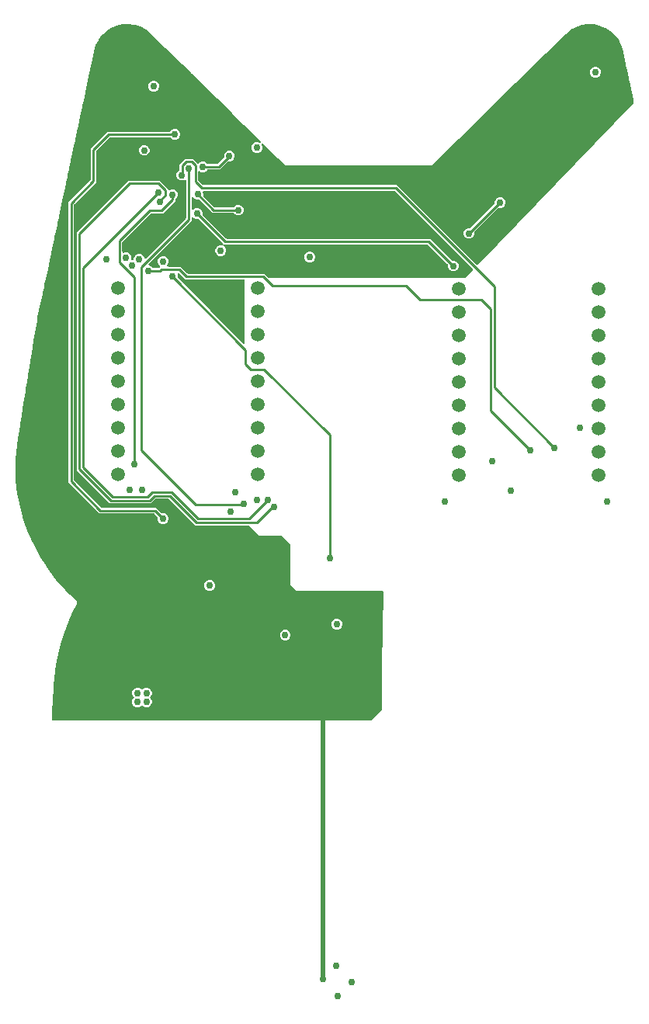
<source format=gbr>
G04 EAGLE Gerber X2 export*
%TF.Part,Single*%
%TF.FileFunction,Copper,L2,Inr,Mixed*%
%TF.FilePolarity,Positive*%
%TF.GenerationSoftware,Autodesk,EAGLE,9.0.1*%
%TF.CreationDate,2018-06-27T06:52:03Z*%
G75*
%MOMM*%
%FSLAX34Y34*%
%LPD*%
%AMOC8*
5,1,8,0,0,1.08239X$1,22.5*%
G01*
%ADD10C,1.508000*%
%ADD11C,0.756400*%
%ADD12C,0.508000*%
%ADD13C,0.254000*%

G36*
X393290Y505219D02*
X393290Y505219D01*
X393389Y505222D01*
X393447Y505239D01*
X393508Y505247D01*
X393600Y505283D01*
X393695Y505311D01*
X393747Y505341D01*
X393803Y505364D01*
X393883Y505422D01*
X393969Y505472D01*
X394044Y505538D01*
X394061Y505550D01*
X394068Y505560D01*
X394090Y505579D01*
X404758Y516247D01*
X404818Y516325D01*
X404886Y516397D01*
X404915Y516450D01*
X404952Y516498D01*
X404992Y516589D01*
X405040Y516675D01*
X405055Y516734D01*
X405079Y516790D01*
X405094Y516888D01*
X405119Y516983D01*
X405125Y517083D01*
X405129Y517104D01*
X405127Y517116D01*
X405129Y517144D01*
X405129Y564634D01*
X406221Y645397D01*
X406206Y645524D01*
X406198Y645651D01*
X406189Y645681D01*
X406185Y645713D01*
X406140Y645832D01*
X406100Y645953D01*
X406083Y645980D01*
X406072Y646010D01*
X405999Y646114D01*
X405930Y646222D01*
X405907Y646244D01*
X405889Y646270D01*
X405792Y646353D01*
X405699Y646440D01*
X405671Y646455D01*
X405646Y646476D01*
X405532Y646532D01*
X405420Y646594D01*
X405389Y646602D01*
X405361Y646616D01*
X405236Y646641D01*
X405112Y646673D01*
X405066Y646676D01*
X405049Y646680D01*
X405027Y646678D01*
X404952Y646683D01*
X311168Y646683D01*
X304799Y653052D01*
X304799Y696468D01*
X304787Y696566D01*
X304784Y696665D01*
X304767Y696723D01*
X304759Y696784D01*
X304723Y696876D01*
X304695Y696971D01*
X304665Y697023D01*
X304642Y697079D01*
X304584Y697159D01*
X304534Y697245D01*
X304468Y697320D01*
X304456Y697337D01*
X304446Y697344D01*
X304428Y697366D01*
X295538Y706256D01*
X295459Y706316D01*
X295387Y706384D01*
X295334Y706413D01*
X295286Y706450D01*
X295195Y706490D01*
X295109Y706538D01*
X295050Y706553D01*
X294994Y706577D01*
X294896Y706592D01*
X294801Y706617D01*
X294701Y706623D01*
X294680Y706627D01*
X294668Y706625D01*
X294640Y706627D01*
X271290Y706627D01*
X260485Y717432D01*
X260407Y717492D01*
X260335Y717560D01*
X260282Y717589D01*
X260234Y717626D01*
X260143Y717666D01*
X260057Y717714D01*
X259998Y717729D01*
X259942Y717753D01*
X259844Y717768D01*
X259749Y717793D01*
X259649Y717799D01*
X259628Y717803D01*
X259616Y717801D01*
X259588Y717803D01*
X201419Y717803D01*
X172580Y746642D01*
X172502Y746702D01*
X172430Y746770D01*
X172377Y746799D01*
X172329Y746836D01*
X172238Y746876D01*
X172151Y746924D01*
X172093Y746939D01*
X172037Y746963D01*
X171939Y746978D01*
X171843Y747003D01*
X171743Y747009D01*
X171723Y747013D01*
X171711Y747011D01*
X171683Y747013D01*
X158517Y747013D01*
X158419Y747001D01*
X158320Y746998D01*
X158262Y746981D01*
X158202Y746973D01*
X158110Y746937D01*
X158014Y746909D01*
X157962Y746879D01*
X157906Y746856D01*
X157826Y746798D01*
X157741Y746748D01*
X157665Y746682D01*
X157649Y746670D01*
X157641Y746660D01*
X157620Y746642D01*
X152911Y741933D01*
X107947Y741933D01*
X71881Y777999D01*
X71881Y1037583D01*
X128277Y1093979D01*
X162411Y1093979D01*
X171423Y1084967D01*
X171423Y1084816D01*
X171429Y1084767D01*
X171427Y1084717D01*
X171449Y1084609D01*
X171463Y1084500D01*
X171481Y1084454D01*
X171491Y1084406D01*
X171539Y1084307D01*
X171580Y1084205D01*
X171609Y1084165D01*
X171631Y1084120D01*
X171702Y1084036D01*
X171766Y1083947D01*
X171805Y1083916D01*
X171837Y1083878D01*
X171927Y1083815D01*
X172011Y1083745D01*
X172056Y1083723D01*
X172097Y1083695D01*
X172200Y1083656D01*
X172299Y1083609D01*
X172348Y1083600D01*
X172394Y1083582D01*
X172504Y1083570D01*
X172611Y1083549D01*
X172661Y1083552D01*
X172710Y1083547D01*
X172819Y1083562D01*
X172929Y1083569D01*
X172976Y1083584D01*
X173025Y1083591D01*
X173178Y1083643D01*
X175373Y1084553D01*
X177687Y1084553D01*
X179824Y1083668D01*
X181460Y1082032D01*
X182345Y1079895D01*
X182345Y1077581D01*
X181460Y1075444D01*
X179950Y1073935D01*
X179890Y1073857D01*
X179822Y1073785D01*
X179793Y1073732D01*
X179756Y1073684D01*
X179716Y1073593D01*
X179668Y1073506D01*
X179653Y1073448D01*
X179629Y1073392D01*
X179614Y1073294D01*
X179589Y1073198D01*
X179583Y1073098D01*
X179579Y1073078D01*
X179581Y1073066D01*
X179579Y1073038D01*
X179579Y1071887D01*
X165855Y1058163D01*
X153173Y1058163D01*
X153074Y1058151D01*
X152975Y1058148D01*
X152917Y1058131D01*
X152857Y1058123D01*
X152765Y1058087D01*
X152670Y1058059D01*
X152618Y1058029D01*
X152561Y1058006D01*
X152481Y1057948D01*
X152396Y1057898D01*
X152321Y1057832D01*
X152304Y1057820D01*
X152296Y1057810D01*
X152275Y1057792D01*
X122066Y1027583D01*
X122006Y1027505D01*
X121938Y1027433D01*
X121909Y1027380D01*
X121872Y1027332D01*
X121832Y1027241D01*
X121784Y1027154D01*
X121769Y1027095D01*
X121745Y1027040D01*
X121730Y1026942D01*
X121705Y1026846D01*
X121699Y1026746D01*
X121695Y1026726D01*
X121697Y1026713D01*
X121695Y1026685D01*
X121695Y1016426D01*
X121701Y1016377D01*
X121699Y1016327D01*
X121721Y1016220D01*
X121735Y1016110D01*
X121753Y1016064D01*
X121763Y1016016D01*
X121811Y1015917D01*
X121852Y1015815D01*
X121881Y1015774D01*
X121903Y1015730D01*
X121974Y1015646D01*
X122038Y1015557D01*
X122077Y1015526D01*
X122109Y1015488D01*
X122199Y1015425D01*
X122283Y1015355D01*
X122328Y1015333D01*
X122369Y1015305D01*
X122472Y1015266D01*
X122571Y1015219D01*
X122620Y1015210D01*
X122666Y1015192D01*
X122776Y1015180D01*
X122883Y1015159D01*
X122933Y1015162D01*
X122982Y1015157D01*
X123091Y1015172D01*
X123201Y1015179D01*
X123248Y1015194D01*
X123297Y1015201D01*
X123450Y1015253D01*
X124573Y1015719D01*
X126887Y1015719D01*
X129024Y1014834D01*
X130660Y1013198D01*
X131545Y1011061D01*
X131545Y1008747D01*
X131477Y1008584D01*
X131464Y1008536D01*
X131443Y1008491D01*
X131422Y1008383D01*
X131393Y1008277D01*
X131392Y1008227D01*
X131383Y1008178D01*
X131390Y1008069D01*
X131388Y1007959D01*
X131400Y1007911D01*
X131403Y1007861D01*
X131436Y1007757D01*
X131462Y1007650D01*
X131485Y1007606D01*
X131501Y1007559D01*
X131559Y1007466D01*
X131611Y1007369D01*
X131644Y1007332D01*
X131671Y1007290D01*
X131751Y1007215D01*
X131825Y1007133D01*
X131866Y1007106D01*
X131902Y1007072D01*
X131999Y1007019D01*
X132090Y1006959D01*
X132137Y1006942D01*
X132181Y1006918D01*
X132287Y1006891D01*
X132391Y1006855D01*
X132441Y1006851D01*
X132489Y1006839D01*
X132650Y1006829D01*
X133124Y1006829D01*
X133242Y1006844D01*
X133361Y1006851D01*
X133399Y1006864D01*
X133440Y1006869D01*
X133550Y1006912D01*
X133663Y1006949D01*
X133698Y1006971D01*
X133735Y1006986D01*
X133831Y1007055D01*
X133932Y1007119D01*
X133960Y1007149D01*
X133993Y1007172D01*
X134069Y1007264D01*
X134150Y1007351D01*
X134170Y1007386D01*
X134195Y1007417D01*
X134246Y1007525D01*
X134304Y1007629D01*
X134314Y1007669D01*
X134331Y1007705D01*
X134353Y1007822D01*
X134383Y1007937D01*
X134387Y1007997D01*
X134391Y1008017D01*
X134389Y1008038D01*
X134393Y1008098D01*
X134393Y1009029D01*
X135278Y1011166D01*
X136914Y1012802D01*
X139051Y1013687D01*
X141365Y1013687D01*
X143502Y1012802D01*
X145138Y1011166D01*
X145760Y1009662D01*
X145785Y1009619D01*
X145802Y1009572D01*
X145864Y1009481D01*
X145918Y1009386D01*
X145952Y1009350D01*
X145980Y1009309D01*
X146063Y1009236D01*
X146139Y1009157D01*
X146182Y1009131D01*
X146219Y1009099D01*
X146317Y1009049D01*
X146410Y1008991D01*
X146458Y1008977D01*
X146502Y1008954D01*
X146609Y1008930D01*
X146714Y1008898D01*
X146764Y1008895D01*
X146812Y1008884D01*
X146922Y1008888D01*
X147032Y1008882D01*
X147080Y1008892D01*
X147130Y1008894D01*
X147236Y1008925D01*
X147343Y1008947D01*
X147388Y1008969D01*
X147436Y1008982D01*
X147530Y1009038D01*
X147629Y1009086D01*
X147667Y1009119D01*
X147710Y1009144D01*
X147830Y1009250D01*
X190890Y1052309D01*
X190950Y1052388D01*
X191018Y1052460D01*
X191047Y1052513D01*
X191084Y1052561D01*
X191124Y1052652D01*
X191172Y1052738D01*
X191187Y1052797D01*
X191211Y1052853D01*
X191226Y1052950D01*
X191251Y1053046D01*
X191257Y1053146D01*
X191261Y1053167D01*
X191259Y1053179D01*
X191261Y1053207D01*
X191261Y1093520D01*
X191255Y1093569D01*
X191257Y1093619D01*
X191235Y1093726D01*
X191221Y1093836D01*
X191203Y1093882D01*
X191193Y1093930D01*
X191145Y1094029D01*
X191104Y1094131D01*
X191075Y1094172D01*
X191053Y1094216D01*
X190982Y1094300D01*
X190918Y1094389D01*
X190879Y1094420D01*
X190847Y1094458D01*
X190757Y1094521D01*
X190673Y1094591D01*
X190628Y1094613D01*
X190587Y1094641D01*
X190484Y1094680D01*
X190385Y1094727D01*
X190336Y1094736D01*
X190290Y1094754D01*
X190180Y1094766D01*
X190073Y1094787D01*
X190023Y1094784D01*
X189974Y1094789D01*
X189865Y1094774D01*
X189755Y1094767D01*
X189708Y1094752D01*
X189659Y1094745D01*
X189506Y1094693D01*
X187847Y1094005D01*
X185533Y1094005D01*
X183396Y1094890D01*
X181760Y1096526D01*
X180875Y1098663D01*
X180875Y1100977D01*
X181760Y1103114D01*
X183397Y1104750D01*
X183419Y1104763D01*
X183447Y1104772D01*
X183557Y1104842D01*
X183670Y1104906D01*
X183691Y1104927D01*
X183716Y1104942D01*
X183805Y1105037D01*
X183898Y1105127D01*
X183914Y1105152D01*
X183934Y1105174D01*
X183997Y1105288D01*
X184065Y1105398D01*
X184073Y1105427D01*
X184088Y1105452D01*
X184120Y1105578D01*
X184158Y1105702D01*
X184160Y1105732D01*
X184167Y1105760D01*
X184177Y1105921D01*
X184177Y1111637D01*
X190113Y1117573D01*
X198507Y1117573D01*
X202285Y1113795D01*
X203310Y1112770D01*
X203404Y1112697D01*
X203493Y1112618D01*
X203529Y1112600D01*
X203561Y1112575D01*
X203670Y1112528D01*
X203776Y1112474D01*
X203816Y1112465D01*
X203853Y1112449D01*
X203971Y1112430D01*
X204087Y1112404D01*
X204127Y1112405D01*
X204167Y1112399D01*
X204286Y1112410D01*
X204405Y1112414D01*
X204443Y1112425D01*
X204484Y1112429D01*
X204596Y1112469D01*
X204710Y1112502D01*
X204745Y1112523D01*
X204783Y1112536D01*
X204882Y1112603D01*
X204984Y1112664D01*
X205029Y1112703D01*
X205046Y1112715D01*
X205060Y1112730D01*
X205105Y1112770D01*
X206256Y1113922D01*
X208393Y1114807D01*
X210707Y1114807D01*
X212844Y1113922D01*
X214353Y1112412D01*
X214431Y1112352D01*
X214503Y1112284D01*
X214556Y1112255D01*
X214604Y1112218D01*
X214695Y1112178D01*
X214782Y1112130D01*
X214840Y1112115D01*
X214896Y1112091D01*
X214994Y1112076D01*
X215090Y1112051D01*
X215190Y1112045D01*
X215210Y1112041D01*
X215222Y1112043D01*
X215250Y1112041D01*
X225061Y1112041D01*
X225160Y1112053D01*
X225259Y1112056D01*
X225317Y1112073D01*
X225377Y1112081D01*
X225469Y1112117D01*
X225564Y1112145D01*
X225616Y1112175D01*
X225673Y1112198D01*
X225753Y1112256D01*
X225838Y1112306D01*
X225913Y1112372D01*
X225930Y1112384D01*
X225938Y1112394D01*
X225959Y1112412D01*
X232320Y1118773D01*
X232380Y1118851D01*
X232448Y1118923D01*
X232477Y1118976D01*
X232514Y1119024D01*
X232554Y1119115D01*
X232602Y1119202D01*
X232617Y1119261D01*
X232641Y1119316D01*
X232656Y1119414D01*
X232681Y1119510D01*
X232687Y1119610D01*
X232691Y1119630D01*
X232689Y1119643D01*
X232691Y1119671D01*
X232691Y1122081D01*
X233576Y1124218D01*
X235212Y1125854D01*
X237349Y1126739D01*
X239663Y1126739D01*
X241800Y1125854D01*
X243436Y1124218D01*
X244321Y1122081D01*
X244321Y1119767D01*
X243436Y1117630D01*
X241800Y1115994D01*
X239663Y1115109D01*
X237805Y1115109D01*
X237706Y1115097D01*
X237607Y1115094D01*
X237549Y1115077D01*
X237489Y1115069D01*
X237397Y1115033D01*
X237302Y1115005D01*
X237250Y1114975D01*
X237193Y1114952D01*
X237113Y1114894D01*
X237028Y1114844D01*
X236953Y1114778D01*
X236936Y1114766D01*
X236928Y1114756D01*
X236907Y1114738D01*
X228113Y1105943D01*
X215250Y1105943D01*
X215152Y1105931D01*
X215053Y1105928D01*
X214995Y1105911D01*
X214935Y1105903D01*
X214843Y1105867D01*
X214748Y1105839D01*
X214695Y1105809D01*
X214639Y1105786D01*
X214559Y1105728D01*
X214474Y1105678D01*
X214398Y1105612D01*
X214382Y1105600D01*
X214374Y1105590D01*
X214353Y1105572D01*
X212844Y1104062D01*
X210707Y1103177D01*
X208393Y1103177D01*
X206198Y1104087D01*
X206150Y1104100D01*
X206105Y1104121D01*
X205997Y1104142D01*
X205891Y1104171D01*
X205841Y1104171D01*
X205792Y1104181D01*
X205683Y1104174D01*
X205573Y1104176D01*
X205525Y1104164D01*
X205475Y1104161D01*
X205371Y1104127D01*
X205264Y1104102D01*
X205220Y1104078D01*
X205173Y1104063D01*
X205080Y1104004D01*
X204983Y1103953D01*
X204946Y1103919D01*
X204904Y1103893D01*
X204829Y1103813D01*
X204747Y1103739D01*
X204720Y1103697D01*
X204686Y1103661D01*
X204633Y1103565D01*
X204573Y1103473D01*
X204556Y1103426D01*
X204532Y1103383D01*
X204505Y1103276D01*
X204469Y1103172D01*
X204465Y1103123D01*
X204453Y1103075D01*
X204443Y1102914D01*
X204443Y1094525D01*
X204455Y1094426D01*
X204458Y1094327D01*
X204475Y1094269D01*
X204483Y1094209D01*
X204519Y1094117D01*
X204547Y1094022D01*
X204577Y1093970D01*
X204600Y1093913D01*
X204658Y1093833D01*
X204708Y1093748D01*
X204774Y1093673D01*
X204786Y1093656D01*
X204796Y1093648D01*
X204814Y1093627D01*
X209097Y1089344D01*
X209175Y1089284D01*
X209247Y1089216D01*
X209300Y1089187D01*
X209348Y1089150D01*
X209439Y1089110D01*
X209526Y1089062D01*
X209585Y1089047D01*
X209640Y1089023D01*
X209738Y1089008D01*
X209834Y1088983D01*
X209934Y1088977D01*
X209954Y1088973D01*
X209967Y1088975D01*
X209995Y1088973D01*
X421315Y1088973D01*
X507987Y1002301D01*
X508090Y1002221D01*
X508190Y1002136D01*
X508216Y1002124D01*
X508238Y1002106D01*
X508359Y1002054D01*
X508476Y1001997D01*
X508504Y1001991D01*
X508530Y1001980D01*
X508660Y1001959D01*
X508788Y1001933D01*
X508816Y1001935D01*
X508844Y1001930D01*
X508975Y1001943D01*
X509105Y1001949D01*
X509132Y1001957D01*
X509161Y1001960D01*
X509284Y1002004D01*
X509409Y1002043D01*
X509433Y1002058D01*
X509460Y1002068D01*
X509569Y1002141D01*
X509680Y1002210D01*
X509710Y1002237D01*
X509723Y1002246D01*
X509738Y1002263D01*
X509799Y1002319D01*
X679220Y1178333D01*
X679256Y1178380D01*
X679298Y1178421D01*
X679351Y1178507D01*
X679411Y1178588D01*
X679433Y1178642D01*
X679464Y1178693D01*
X679493Y1178789D01*
X679531Y1178882D01*
X679539Y1178940D01*
X679557Y1178997D01*
X679561Y1179097D01*
X679575Y1179197D01*
X679568Y1179256D01*
X679571Y1179315D01*
X679548Y1179474D01*
X679379Y1180276D01*
X679353Y1180400D01*
X678849Y1182797D01*
X678849Y1182798D01*
X677232Y1190480D01*
X675614Y1198167D01*
X674279Y1204509D01*
X672910Y1211014D01*
X672910Y1211015D01*
X672531Y1212813D01*
X672531Y1212814D01*
X672379Y1213535D01*
X672379Y1213536D01*
X671003Y1220074D01*
X669675Y1226383D01*
X669675Y1226384D01*
X669325Y1228050D01*
X669145Y1228904D01*
X669145Y1228905D01*
X667850Y1235058D01*
X667843Y1235078D01*
X667823Y1235163D01*
X665893Y1241572D01*
X665880Y1241602D01*
X665873Y1241634D01*
X665809Y1241781D01*
X662921Y1247462D01*
X662900Y1247492D01*
X662886Y1247525D01*
X662797Y1247659D01*
X658931Y1252708D01*
X658906Y1252733D01*
X658886Y1252763D01*
X658774Y1252878D01*
X654049Y1257147D01*
X654021Y1257166D01*
X653998Y1257190D01*
X653867Y1257283D01*
X648438Y1260651D01*
X648409Y1260664D01*
X648384Y1260683D01*
X648239Y1260752D01*
X642287Y1263124D01*
X642257Y1263132D01*
X642230Y1263145D01*
X642075Y1263188D01*
X635798Y1264490D01*
X635767Y1264493D01*
X635737Y1264501D01*
X635577Y1264516D01*
X629184Y1264701D01*
X629151Y1264697D01*
X629118Y1264701D01*
X628958Y1264687D01*
X622655Y1263735D01*
X622622Y1263725D01*
X622587Y1263722D01*
X622431Y1263679D01*
X616415Y1261606D01*
X616383Y1261590D01*
X616349Y1261581D01*
X616204Y1261511D01*
X610653Y1258376D01*
X610628Y1258357D01*
X610599Y1258343D01*
X610468Y1258248D01*
X605308Y1253977D01*
X605293Y1253961D01*
X605229Y1253906D01*
X600762Y1249526D01*
X599360Y1248151D01*
X598923Y1247723D01*
X598922Y1247722D01*
X593745Y1242646D01*
X589607Y1238589D01*
X589607Y1238588D01*
X587934Y1236948D01*
X587767Y1236785D01*
X584026Y1233117D01*
X583264Y1232369D01*
X583263Y1232369D01*
X582187Y1231314D01*
X582186Y1231313D01*
X577579Y1226795D01*
X572865Y1222174D01*
X572241Y1221561D01*
X571026Y1220371D01*
X571025Y1220370D01*
X565989Y1215432D01*
X561707Y1211234D01*
X561707Y1211233D01*
X561009Y1210549D01*
X559869Y1209431D01*
X559868Y1209430D01*
X555498Y1205146D01*
X550550Y1200294D01*
X549254Y1199024D01*
X548711Y1198491D01*
X548710Y1198490D01*
X544970Y1194823D01*
X544054Y1193926D01*
X543131Y1193020D01*
X543130Y1193019D01*
X538120Y1188107D01*
X533812Y1183883D01*
X533811Y1183882D01*
X532562Y1182658D01*
X532562Y1182657D01*
X531972Y1182079D01*
X526393Y1176609D01*
X526392Y1176608D01*
X522095Y1172396D01*
X522095Y1172395D01*
X517077Y1167474D01*
X517076Y1167474D01*
X516274Y1166688D01*
X515238Y1165671D01*
X515237Y1165671D01*
X510176Y1160708D01*
X505919Y1156535D01*
X505294Y1155922D01*
X504080Y1154732D01*
X504080Y1154731D01*
X499415Y1150158D01*
X494760Y1145594D01*
X489183Y1140125D01*
X488356Y1139314D01*
X487343Y1138321D01*
X482729Y1133798D01*
X478025Y1129185D01*
X478024Y1129185D01*
X476668Y1127854D01*
X476185Y1127381D01*
X472447Y1123716D01*
X470808Y1122109D01*
X470608Y1121913D01*
X470607Y1121912D01*
X465874Y1117272D01*
X460389Y1111894D01*
X460387Y1111891D01*
X460380Y1111885D01*
X459653Y1111157D01*
X458696Y1110772D01*
X458693Y1110770D01*
X458685Y1110767D01*
X457733Y1110373D01*
X456702Y1110383D01*
X456698Y1110383D01*
X456689Y1110383D01*
X302002Y1110383D01*
X301998Y1110383D01*
X301989Y1110383D01*
X300960Y1110373D01*
X300008Y1110767D01*
X300004Y1110769D01*
X299996Y1110772D01*
X299040Y1111157D01*
X298312Y1111886D01*
X298308Y1111888D01*
X298303Y1111895D01*
X293664Y1116442D01*
X293012Y1117082D01*
X291825Y1118246D01*
X291824Y1118246D01*
X287280Y1122702D01*
X282509Y1127380D01*
X282089Y1127792D01*
X280670Y1129183D01*
X280669Y1129184D01*
X275605Y1134149D01*
X275554Y1134188D01*
X275510Y1134233D01*
X275428Y1134284D01*
X275352Y1134342D01*
X275293Y1134366D01*
X275239Y1134400D01*
X275147Y1134428D01*
X275059Y1134465D01*
X274996Y1134475D01*
X274935Y1134493D01*
X274839Y1134498D01*
X274744Y1134512D01*
X274681Y1134505D01*
X274617Y1134508D01*
X274523Y1134489D01*
X274428Y1134479D01*
X274368Y1134457D01*
X274306Y1134444D01*
X274220Y1134402D01*
X274129Y1134369D01*
X274077Y1134332D01*
X274020Y1134304D01*
X273947Y1134242D01*
X273868Y1134187D01*
X273826Y1134139D01*
X273778Y1134098D01*
X273723Y1134019D01*
X273660Y1133947D01*
X273632Y1133890D01*
X273595Y1133838D01*
X273561Y1133748D01*
X273518Y1133662D01*
X273505Y1133600D01*
X273482Y1133541D01*
X273472Y1133445D01*
X273452Y1133351D01*
X273454Y1133288D01*
X273447Y1133225D01*
X273460Y1133129D01*
X273464Y1133033D01*
X273483Y1132973D01*
X273491Y1132910D01*
X273544Y1132757D01*
X274293Y1130949D01*
X274293Y1128635D01*
X273408Y1126498D01*
X271772Y1124862D01*
X269635Y1123977D01*
X267321Y1123977D01*
X265184Y1124862D01*
X263548Y1126498D01*
X262663Y1128635D01*
X262663Y1130949D01*
X263548Y1133086D01*
X265184Y1134722D01*
X267321Y1135607D01*
X269635Y1135607D01*
X271347Y1134897D01*
X271420Y1134877D01*
X271491Y1134848D01*
X271573Y1134835D01*
X271654Y1134813D01*
X271730Y1134812D01*
X271805Y1134801D01*
X271888Y1134810D01*
X271972Y1134808D01*
X272046Y1134826D01*
X272121Y1134834D01*
X272200Y1134863D01*
X272281Y1134883D01*
X272348Y1134918D01*
X272420Y1134944D01*
X272488Y1134992D01*
X272562Y1135031D01*
X272618Y1135082D01*
X272681Y1135126D01*
X272736Y1135189D01*
X272798Y1135245D01*
X272839Y1135309D01*
X272889Y1135366D01*
X272926Y1135441D01*
X272972Y1135511D01*
X272997Y1135583D01*
X273031Y1135651D01*
X273048Y1135733D01*
X273076Y1135812D01*
X273082Y1135888D01*
X273098Y1135962D01*
X273094Y1136045D01*
X273101Y1136129D01*
X273088Y1136204D01*
X273085Y1136280D01*
X273061Y1136360D01*
X273046Y1136442D01*
X273015Y1136511D01*
X272993Y1136584D01*
X272950Y1136656D01*
X272916Y1136732D01*
X272868Y1136791D01*
X272829Y1136857D01*
X272722Y1136976D01*
X271348Y1138323D01*
X269824Y1139817D01*
X269824Y1139818D01*
X269508Y1140127D01*
X263928Y1145599D01*
X263927Y1145599D01*
X260187Y1149266D01*
X259239Y1150196D01*
X258347Y1151070D01*
X254609Y1154735D01*
X254531Y1154811D01*
X252770Y1156538D01*
X252770Y1156539D01*
X248450Y1160774D01*
X243452Y1165674D01*
X242497Y1166611D01*
X242496Y1166611D01*
X241613Y1167477D01*
X241612Y1167478D01*
X237872Y1171145D01*
X237703Y1171311D01*
X237702Y1171312D01*
X236033Y1172948D01*
X236032Y1172949D01*
X230990Y1177893D01*
X226714Y1182086D01*
X226713Y1182086D01*
X225605Y1183173D01*
X224875Y1183889D01*
X224874Y1183890D01*
X221135Y1187556D01*
X221134Y1187556D01*
X214806Y1193761D01*
X209979Y1198494D01*
X208785Y1199664D01*
X208140Y1200297D01*
X208139Y1200298D01*
X204400Y1203964D01*
X198821Y1209434D01*
X197735Y1210499D01*
X196982Y1211237D01*
X192041Y1216082D01*
X187662Y1220375D01*
X187662Y1220376D01*
X186290Y1221720D01*
X186290Y1221721D01*
X185823Y1222178D01*
X185822Y1222179D01*
X181421Y1226494D01*
X176506Y1231314D01*
X176505Y1231314D01*
X175662Y1232141D01*
X174666Y1233117D01*
X174666Y1233118D01*
X170927Y1236784D01*
X170926Y1236784D01*
X170011Y1237682D01*
X169087Y1238587D01*
X169087Y1238588D01*
X163914Y1243659D01*
X163914Y1243660D01*
X159769Y1247724D01*
X159639Y1247852D01*
X159638Y1247852D01*
X157929Y1249527D01*
X157929Y1249528D01*
X153474Y1253896D01*
X153457Y1253909D01*
X153391Y1253971D01*
X147968Y1258421D01*
X147936Y1258441D01*
X147908Y1258467D01*
X147772Y1258553D01*
X141914Y1261762D01*
X141876Y1261777D01*
X141841Y1261799D01*
X141691Y1261858D01*
X135343Y1263892D01*
X135303Y1263899D01*
X135266Y1263914D01*
X135107Y1263943D01*
X128453Y1264744D01*
X128419Y1264744D01*
X128385Y1264750D01*
X128224Y1264751D01*
X122012Y1264374D01*
X121984Y1264369D01*
X121956Y1264370D01*
X121797Y1264343D01*
X115704Y1262905D01*
X115679Y1262895D01*
X115651Y1262891D01*
X115499Y1262838D01*
X109747Y1260390D01*
X109722Y1260376D01*
X109694Y1260367D01*
X109554Y1260288D01*
X104319Y1256901D01*
X104296Y1256881D01*
X104268Y1256866D01*
X104144Y1256764D01*
X103602Y1256259D01*
X102239Y1254990D01*
X100876Y1253721D01*
X100876Y1253720D01*
X99594Y1252526D01*
X99573Y1252501D01*
X99547Y1252480D01*
X99443Y1252358D01*
X95724Y1247389D01*
X95708Y1247360D01*
X95686Y1247335D01*
X95605Y1247196D01*
X92822Y1241632D01*
X92813Y1241604D01*
X92797Y1241579D01*
X92741Y1241428D01*
X90869Y1235162D01*
X90865Y1235141D01*
X90843Y1235062D01*
X89565Y1229028D01*
X89553Y1228968D01*
X89552Y1228968D01*
X89031Y1226507D01*
X87965Y1221473D01*
X87743Y1220427D01*
X87431Y1218953D01*
X87431Y1218952D01*
X85831Y1211398D01*
X85831Y1211397D01*
X84230Y1203843D01*
X84230Y1203842D01*
X83163Y1198806D01*
X81355Y1190267D01*
X79429Y1181177D01*
X78363Y1176143D01*
X78363Y1176142D01*
X78086Y1174837D01*
X78086Y1174836D01*
X77829Y1173623D01*
X77829Y1173622D01*
X76405Y1166900D01*
X74628Y1158514D01*
X73562Y1153478D01*
X73452Y1152959D01*
X73028Y1150958D01*
X73028Y1150957D01*
X71427Y1143402D01*
X70150Y1137374D01*
X68311Y1128692D01*
X67161Y1123259D01*
X66910Y1122077D01*
X66627Y1120739D01*
X66627Y1120738D01*
X65273Y1114348D01*
X63960Y1108149D01*
X63960Y1108148D01*
X63713Y1106982D01*
X63426Y1105629D01*
X63426Y1105628D01*
X62360Y1100594D01*
X62067Y1099212D01*
X61826Y1098074D01*
X61826Y1098073D01*
X60467Y1091662D01*
X59159Y1085484D01*
X58820Y1083884D01*
X58625Y1082964D01*
X57024Y1075408D01*
X57024Y1075407D01*
X55517Y1068293D01*
X54357Y1062818D01*
X54239Y1062257D01*
X53824Y1060298D01*
X53823Y1060298D01*
X52434Y1053739D01*
X51156Y1047706D01*
X51156Y1047705D01*
X50897Y1046481D01*
X50623Y1045186D01*
X50622Y1045185D01*
X49254Y1038728D01*
X47956Y1032597D01*
X47669Y1031245D01*
X47422Y1030078D01*
X47422Y1030077D01*
X46035Y1023530D01*
X44222Y1014968D01*
X44221Y1014967D01*
X43155Y1009931D01*
X42890Y1008681D01*
X42621Y1007411D01*
X42621Y1007410D01*
X41376Y1001536D01*
X39649Y993384D01*
X38354Y987268D01*
X38143Y986271D01*
X37820Y984748D01*
X37820Y984747D01*
X36753Y979712D01*
X36220Y977193D01*
X36220Y977192D01*
X36219Y977191D01*
X35119Y971998D01*
X35108Y971862D01*
X35092Y971725D01*
X35094Y971694D01*
X35093Y971681D01*
X35095Y971667D01*
X34868Y970804D01*
X34865Y970786D01*
X34853Y970743D01*
X34663Y969843D01*
X34659Y969835D01*
X34592Y969716D01*
X34582Y969687D01*
X34576Y969675D01*
X34571Y969655D01*
X34541Y969563D01*
X32904Y963347D01*
X32902Y963333D01*
X32893Y963301D01*
X31272Y956058D01*
X31271Y956043D01*
X31262Y956008D01*
X29924Y948652D01*
X29923Y948644D01*
X29920Y948628D01*
X29299Y944802D01*
X29294Y944665D01*
X29284Y944528D01*
X29288Y944498D01*
X29287Y944485D01*
X29290Y944471D01*
X29104Y943597D01*
X29103Y943580D01*
X29093Y943536D01*
X28986Y942874D01*
X28981Y942759D01*
X28969Y942644D01*
X28975Y942577D01*
X28974Y942556D01*
X28978Y942537D01*
X28983Y942484D01*
X28987Y942459D01*
X28801Y941717D01*
X28799Y941696D01*
X28780Y941613D01*
X27788Y935520D01*
X27788Y935519D01*
X27521Y933876D01*
X27375Y932978D01*
X27375Y932977D01*
X26546Y927887D01*
X25108Y919047D01*
X23993Y912193D01*
X22821Y904990D01*
X22601Y903642D01*
X22407Y902448D01*
X22407Y902447D01*
X21579Y897357D01*
X20337Y889725D01*
X20074Y888111D01*
X19923Y887183D01*
X19923Y887182D01*
X18975Y881359D01*
X17853Y874459D01*
X17641Y873158D01*
X17439Y871917D01*
X17439Y871916D01*
X16610Y866823D01*
X16492Y866100D01*
X16492Y866099D01*
X16196Y864280D01*
X16196Y864279D01*
X15368Y859187D01*
X14087Y851319D01*
X12883Y843920D01*
X12632Y842376D01*
X12470Y841377D01*
X11641Y836285D01*
X11322Y834321D01*
X11227Y833743D01*
X11227Y833742D01*
X10231Y827622D01*
X9157Y821020D01*
X7719Y812180D01*
X7718Y812172D01*
X7715Y812155D01*
X6663Y804760D01*
X6663Y804745D01*
X6657Y804712D01*
X5894Y797342D01*
X5894Y797327D01*
X5890Y797293D01*
X5410Y789901D01*
X5411Y789886D01*
X5408Y789852D01*
X5214Y782447D01*
X5216Y782432D01*
X5214Y782397D01*
X5309Y774989D01*
X5311Y774974D01*
X5311Y774939D01*
X5695Y767547D01*
X5697Y767533D01*
X5698Y767497D01*
X6371Y760123D01*
X6374Y760109D01*
X6377Y760074D01*
X7339Y752733D01*
X7343Y752719D01*
X7346Y752684D01*
X8596Y745386D01*
X8600Y745372D01*
X8605Y745337D01*
X10140Y738095D01*
X10144Y738081D01*
X10151Y738046D01*
X11969Y730867D01*
X11974Y730854D01*
X11982Y730819D01*
X14080Y723717D01*
X14086Y723704D01*
X14095Y723670D01*
X16468Y716657D01*
X16474Y716644D01*
X16485Y716610D01*
X19131Y709692D01*
X19137Y709679D01*
X19149Y709646D01*
X22063Y702834D01*
X22070Y702822D01*
X22083Y702789D01*
X25258Y696096D01*
X25266Y696084D01*
X25280Y696052D01*
X28712Y689485D01*
X28721Y689473D01*
X28736Y689442D01*
X32419Y683013D01*
X32428Y683002D01*
X32444Y682971D01*
X36372Y676688D01*
X36381Y676677D01*
X36399Y676647D01*
X40566Y670519D01*
X40575Y670508D01*
X40594Y670479D01*
X44991Y664517D01*
X45001Y664507D01*
X45021Y664479D01*
X49645Y658689D01*
X49655Y658679D01*
X49676Y658651D01*
X54519Y653042D01*
X54529Y653032D01*
X54551Y653006D01*
X59605Y647586D01*
X59616Y647577D01*
X59639Y647551D01*
X64894Y642331D01*
X64906Y642322D01*
X64930Y642297D01*
X69819Y637800D01*
X69896Y637746D01*
X69966Y637684D01*
X70064Y637627D01*
X70079Y637616D01*
X70087Y637613D01*
X70105Y637602D01*
X70231Y637538D01*
X70656Y637043D01*
X70662Y637037D01*
X70760Y636935D01*
X71240Y636494D01*
X71300Y636365D01*
X71349Y636286D01*
X71391Y636202D01*
X71459Y636111D01*
X71469Y636096D01*
X71475Y636089D01*
X71487Y636073D01*
X71580Y635966D01*
X71782Y635346D01*
X71786Y635338D01*
X71837Y635206D01*
X72112Y634615D01*
X72118Y634473D01*
X72134Y634380D01*
X72139Y634287D01*
X72168Y634177D01*
X72171Y634159D01*
X72175Y634151D01*
X72180Y634131D01*
X72224Y633996D01*
X72174Y633346D01*
X72174Y633337D01*
X72171Y633196D01*
X72199Y632545D01*
X72150Y632411D01*
X72129Y632320D01*
X72099Y632232D01*
X72083Y632119D01*
X72079Y632101D01*
X72079Y632092D01*
X72076Y632072D01*
X72065Y631931D01*
X71770Y631349D01*
X71767Y631341D01*
X71711Y631211D01*
X71486Y630599D01*
X71390Y630495D01*
X71336Y630419D01*
X71274Y630348D01*
X71216Y630250D01*
X71206Y630236D01*
X71203Y630227D01*
X71193Y630210D01*
X68118Y624147D01*
X68114Y624135D01*
X68099Y624107D01*
X64913Y617232D01*
X64909Y617219D01*
X64895Y617191D01*
X61954Y610206D01*
X61950Y610193D01*
X61937Y610164D01*
X59247Y603082D01*
X59244Y603069D01*
X59232Y603040D01*
X56793Y595864D01*
X56791Y595851D01*
X56780Y595821D01*
X54598Y588563D01*
X54596Y588549D01*
X54586Y588519D01*
X52664Y581192D01*
X52662Y581178D01*
X52654Y581148D01*
X50992Y573752D01*
X50991Y573739D01*
X50983Y573708D01*
X49585Y566260D01*
X49585Y566247D01*
X49578Y566216D01*
X48444Y558722D01*
X48444Y558708D01*
X48438Y558677D01*
X47569Y551150D01*
X47569Y551136D01*
X47565Y551106D01*
X46955Y543496D01*
X46956Y543489D01*
X46954Y543473D01*
X46789Y540826D01*
X46391Y534401D01*
X46238Y531942D01*
X46238Y531941D01*
X46159Y530672D01*
X45904Y526558D01*
X45904Y526557D01*
X45686Y523057D01*
X45450Y519249D01*
X45417Y518715D01*
X45090Y513444D01*
X44981Y511700D01*
X44930Y510872D01*
X44898Y510364D01*
X44662Y506555D01*
X44672Y506393D01*
X44682Y506239D01*
X44682Y506238D01*
X44682Y506237D01*
X44732Y506083D01*
X44780Y505937D01*
X44780Y505936D01*
X44780Y505935D01*
X44861Y505808D01*
X44950Y505668D01*
X44951Y505667D01*
X44951Y505666D01*
X45061Y505563D01*
X45181Y505450D01*
X45182Y505450D01*
X45183Y505449D01*
X45320Y505373D01*
X45460Y505296D01*
X45461Y505296D01*
X45462Y505296D01*
X45622Y505255D01*
X45768Y505217D01*
X45769Y505217D01*
X45770Y505217D01*
X45772Y505217D01*
X45929Y505207D01*
X393192Y505207D01*
X393290Y505219D01*
G37*
G36*
X495156Y987567D02*
X495156Y987567D01*
X495267Y987572D01*
X495313Y987587D01*
X495362Y987593D01*
X495465Y987633D01*
X495571Y987666D01*
X495612Y987692D01*
X495657Y987710D01*
X495747Y987775D01*
X495842Y987833D01*
X495897Y987884D01*
X495915Y987896D01*
X495926Y987910D01*
X495960Y987942D01*
X503809Y996096D01*
X503873Y996181D01*
X503944Y996262D01*
X503967Y996308D01*
X503999Y996350D01*
X504040Y996449D01*
X504088Y996545D01*
X504100Y996596D01*
X504120Y996645D01*
X504134Y996751D01*
X504158Y996855D01*
X504156Y996908D01*
X504164Y996960D01*
X504151Y997066D01*
X504148Y997173D01*
X504134Y997223D01*
X504128Y997276D01*
X504090Y997376D01*
X504060Y997478D01*
X504033Y997524D01*
X504014Y997573D01*
X503953Y997660D01*
X503898Y997752D01*
X503843Y997815D01*
X503831Y997833D01*
X503819Y997843D01*
X503792Y997873D01*
X419162Y1082504D01*
X419083Y1082564D01*
X419011Y1082632D01*
X418958Y1082661D01*
X418910Y1082698D01*
X418819Y1082738D01*
X418733Y1082786D01*
X418674Y1082801D01*
X418618Y1082825D01*
X418520Y1082840D01*
X418425Y1082865D01*
X418325Y1082871D01*
X418304Y1082875D01*
X418292Y1082873D01*
X418264Y1082875D01*
X210890Y1082875D01*
X210841Y1082869D01*
X210791Y1082871D01*
X210684Y1082849D01*
X210574Y1082835D01*
X210528Y1082817D01*
X210480Y1082807D01*
X210381Y1082759D01*
X210279Y1082718D01*
X210238Y1082689D01*
X210194Y1082667D01*
X210110Y1082596D01*
X210021Y1082532D01*
X209990Y1082493D01*
X209952Y1082461D01*
X209889Y1082371D01*
X209819Y1082287D01*
X209797Y1082242D01*
X209769Y1082201D01*
X209730Y1082098D01*
X209683Y1081999D01*
X209674Y1081950D01*
X209656Y1081904D01*
X209644Y1081794D01*
X209623Y1081687D01*
X209626Y1081637D01*
X209621Y1081588D01*
X209636Y1081479D01*
X209643Y1081369D01*
X209658Y1081322D01*
X209665Y1081273D01*
X209717Y1081120D01*
X210183Y1079997D01*
X210183Y1077863D01*
X210195Y1077764D01*
X210198Y1077665D01*
X210215Y1077607D01*
X210223Y1077547D01*
X210259Y1077455D01*
X210287Y1077360D01*
X210317Y1077308D01*
X210340Y1077251D01*
X210398Y1077171D01*
X210448Y1077086D01*
X210514Y1077011D01*
X210526Y1076994D01*
X210536Y1076986D01*
X210554Y1076965D01*
X222379Y1065140D01*
X222457Y1065080D01*
X222529Y1065012D01*
X222582Y1064983D01*
X222630Y1064946D01*
X222721Y1064906D01*
X222808Y1064858D01*
X222867Y1064843D01*
X222922Y1064819D01*
X223020Y1064804D01*
X223116Y1064779D01*
X223216Y1064773D01*
X223236Y1064769D01*
X223249Y1064771D01*
X223277Y1064769D01*
X242458Y1064769D01*
X242556Y1064781D01*
X242655Y1064784D01*
X242713Y1064801D01*
X242773Y1064809D01*
X242865Y1064845D01*
X242960Y1064873D01*
X243013Y1064903D01*
X243069Y1064926D01*
X243149Y1064984D01*
X243234Y1065034D01*
X243310Y1065100D01*
X243326Y1065112D01*
X243334Y1065122D01*
X243355Y1065140D01*
X244864Y1066650D01*
X247001Y1067535D01*
X249315Y1067535D01*
X251452Y1066650D01*
X253088Y1065014D01*
X253973Y1062877D01*
X253973Y1060563D01*
X253088Y1058426D01*
X251452Y1056790D01*
X249315Y1055905D01*
X247001Y1055905D01*
X244864Y1056790D01*
X243355Y1058300D01*
X243277Y1058360D01*
X243205Y1058428D01*
X243152Y1058457D01*
X243104Y1058494D01*
X243013Y1058534D01*
X242926Y1058582D01*
X242868Y1058597D01*
X242812Y1058621D01*
X242714Y1058636D01*
X242618Y1058661D01*
X242518Y1058667D01*
X242498Y1058671D01*
X242486Y1058669D01*
X242458Y1058671D01*
X220225Y1058671D01*
X206243Y1072654D01*
X206165Y1072714D01*
X206093Y1072782D01*
X206040Y1072811D01*
X205992Y1072848D01*
X205901Y1072888D01*
X205814Y1072936D01*
X205756Y1072951D01*
X205700Y1072975D01*
X205602Y1072990D01*
X205506Y1073015D01*
X205406Y1073021D01*
X205386Y1073025D01*
X205373Y1073023D01*
X205345Y1073025D01*
X203211Y1073025D01*
X201074Y1073910D01*
X199525Y1075459D01*
X199416Y1075545D01*
X199309Y1075633D01*
X199290Y1075642D01*
X199274Y1075654D01*
X199146Y1075710D01*
X199021Y1075769D01*
X199001Y1075772D01*
X198982Y1075781D01*
X198844Y1075802D01*
X198708Y1075828D01*
X198688Y1075827D01*
X198668Y1075830D01*
X198529Y1075817D01*
X198391Y1075809D01*
X198372Y1075802D01*
X198352Y1075801D01*
X198220Y1075753D01*
X198089Y1075711D01*
X198071Y1075700D01*
X198052Y1075693D01*
X197937Y1075615D01*
X197820Y1075541D01*
X197806Y1075526D01*
X197789Y1075514D01*
X197697Y1075410D01*
X197602Y1075309D01*
X197592Y1075291D01*
X197579Y1075276D01*
X197515Y1075152D01*
X197448Y1075030D01*
X197443Y1075011D01*
X197434Y1074993D01*
X197404Y1074857D01*
X197369Y1074722D01*
X197367Y1074694D01*
X197364Y1074682D01*
X197365Y1074662D01*
X197359Y1074562D01*
X197359Y1063356D01*
X197376Y1063218D01*
X197389Y1063080D01*
X197396Y1063061D01*
X197399Y1063041D01*
X197450Y1062911D01*
X197497Y1062781D01*
X197508Y1062764D01*
X197516Y1062745D01*
X197597Y1062632D01*
X197675Y1062517D01*
X197691Y1062504D01*
X197702Y1062488D01*
X197810Y1062399D01*
X197914Y1062307D01*
X197932Y1062298D01*
X197947Y1062285D01*
X198073Y1062226D01*
X198197Y1062162D01*
X198217Y1062158D01*
X198235Y1062149D01*
X198371Y1062123D01*
X198507Y1062093D01*
X198528Y1062093D01*
X198547Y1062090D01*
X198686Y1062098D01*
X198825Y1062102D01*
X198845Y1062108D01*
X198865Y1062109D01*
X198997Y1062152D01*
X199131Y1062191D01*
X199148Y1062201D01*
X199167Y1062207D01*
X199285Y1062282D01*
X199405Y1062352D01*
X199426Y1062371D01*
X199436Y1062377D01*
X199450Y1062392D01*
X199526Y1062459D01*
X199906Y1062840D01*
X202043Y1063725D01*
X204357Y1063725D01*
X206494Y1062840D01*
X208130Y1061204D01*
X209015Y1059067D01*
X209015Y1056933D01*
X209027Y1056834D01*
X209030Y1056735D01*
X209047Y1056677D01*
X209055Y1056617D01*
X209091Y1056525D01*
X209119Y1056430D01*
X209149Y1056378D01*
X209172Y1056321D01*
X209230Y1056241D01*
X209280Y1056156D01*
X209346Y1056081D01*
X209358Y1056064D01*
X209368Y1056056D01*
X209386Y1056035D01*
X234571Y1030850D01*
X234649Y1030790D01*
X234721Y1030722D01*
X234774Y1030693D01*
X234822Y1030656D01*
X234913Y1030616D01*
X235000Y1030568D01*
X235059Y1030553D01*
X235114Y1030529D01*
X235212Y1030514D01*
X235308Y1030489D01*
X235408Y1030483D01*
X235428Y1030479D01*
X235441Y1030481D01*
X235469Y1030479D01*
X457193Y1030479D01*
X480725Y1006946D01*
X480803Y1006886D01*
X480875Y1006818D01*
X480928Y1006789D01*
X480976Y1006752D01*
X481067Y1006712D01*
X481154Y1006664D01*
X481213Y1006649D01*
X481268Y1006625D01*
X481366Y1006610D01*
X481462Y1006585D01*
X481562Y1006579D01*
X481582Y1006575D01*
X481595Y1006577D01*
X481623Y1006575D01*
X483757Y1006575D01*
X485894Y1005690D01*
X487530Y1004054D01*
X488415Y1001917D01*
X488415Y999603D01*
X487530Y997466D01*
X485894Y995830D01*
X483757Y994945D01*
X481443Y994945D01*
X479306Y995830D01*
X477670Y997466D01*
X476785Y999603D01*
X476785Y1001737D01*
X476773Y1001836D01*
X476770Y1001935D01*
X476753Y1001993D01*
X476745Y1002053D01*
X476709Y1002145D01*
X476681Y1002240D01*
X476651Y1002292D01*
X476628Y1002349D01*
X476570Y1002429D01*
X476520Y1002514D01*
X476454Y1002589D01*
X476442Y1002606D01*
X476432Y1002614D01*
X476414Y1002635D01*
X455039Y1024010D01*
X454961Y1024070D01*
X454889Y1024138D01*
X454836Y1024167D01*
X454788Y1024204D01*
X454697Y1024244D01*
X454610Y1024292D01*
X454551Y1024307D01*
X454496Y1024331D01*
X454398Y1024346D01*
X454302Y1024371D01*
X454202Y1024377D01*
X454182Y1024381D01*
X454169Y1024379D01*
X454141Y1024381D01*
X233538Y1024381D01*
X233400Y1024364D01*
X233262Y1024351D01*
X233243Y1024344D01*
X233223Y1024341D01*
X233093Y1024290D01*
X232963Y1024243D01*
X232946Y1024232D01*
X232927Y1024224D01*
X232815Y1024143D01*
X232699Y1024065D01*
X232686Y1024049D01*
X232670Y1024038D01*
X232581Y1023930D01*
X232489Y1023826D01*
X232480Y1023808D01*
X232467Y1023793D01*
X232408Y1023667D01*
X232344Y1023543D01*
X232340Y1023523D01*
X232331Y1023505D01*
X232305Y1023368D01*
X232275Y1023233D01*
X232275Y1023212D01*
X232272Y1023193D01*
X232280Y1023054D01*
X232284Y1022915D01*
X232290Y1022895D01*
X232291Y1022875D01*
X232334Y1022743D01*
X232373Y1022609D01*
X232383Y1022592D01*
X232389Y1022573D01*
X232464Y1022455D01*
X232534Y1022335D01*
X232553Y1022314D01*
X232559Y1022304D01*
X232574Y1022290D01*
X232641Y1022215D01*
X234038Y1020818D01*
X234923Y1018681D01*
X234923Y1016367D01*
X234038Y1014230D01*
X232402Y1012594D01*
X230265Y1011709D01*
X227951Y1011709D01*
X225814Y1012594D01*
X224178Y1014230D01*
X223293Y1016367D01*
X223293Y1018681D01*
X224178Y1020818D01*
X225814Y1022454D01*
X227951Y1023339D01*
X230395Y1023339D01*
X230533Y1023356D01*
X230672Y1023369D01*
X230691Y1023376D01*
X230711Y1023379D01*
X230840Y1023430D01*
X230971Y1023477D01*
X230988Y1023488D01*
X231007Y1023496D01*
X231119Y1023577D01*
X231234Y1023655D01*
X231248Y1023671D01*
X231264Y1023682D01*
X231353Y1023790D01*
X231445Y1023894D01*
X231454Y1023912D01*
X231467Y1023927D01*
X231526Y1024053D01*
X231589Y1024177D01*
X231594Y1024197D01*
X231602Y1024215D01*
X231628Y1024352D01*
X231659Y1024487D01*
X231658Y1024508D01*
X231662Y1024527D01*
X231654Y1024666D01*
X231649Y1024805D01*
X231644Y1024825D01*
X231642Y1024845D01*
X231600Y1024977D01*
X231561Y1025111D01*
X231551Y1025128D01*
X231544Y1025147D01*
X231470Y1025265D01*
X231399Y1025385D01*
X231381Y1025406D01*
X231374Y1025416D01*
X231359Y1025430D01*
X231293Y1025505D01*
X230260Y1026539D01*
X205075Y1051724D01*
X204997Y1051784D01*
X204925Y1051852D01*
X204872Y1051881D01*
X204824Y1051918D01*
X204733Y1051958D01*
X204646Y1052006D01*
X204587Y1052021D01*
X204532Y1052045D01*
X204434Y1052060D01*
X204338Y1052085D01*
X204238Y1052091D01*
X204218Y1052095D01*
X204205Y1052093D01*
X204177Y1052095D01*
X202043Y1052095D01*
X199906Y1052980D01*
X199526Y1053361D01*
X199416Y1053446D01*
X199309Y1053535D01*
X199290Y1053544D01*
X199274Y1053556D01*
X199146Y1053612D01*
X199021Y1053671D01*
X199001Y1053674D01*
X198982Y1053683D01*
X198844Y1053704D01*
X198708Y1053730D01*
X198688Y1053729D01*
X198668Y1053732D01*
X198529Y1053719D01*
X198391Y1053711D01*
X198372Y1053704D01*
X198352Y1053703D01*
X198221Y1053656D01*
X198089Y1053613D01*
X198071Y1053602D01*
X198052Y1053595D01*
X197938Y1053517D01*
X197820Y1053443D01*
X197806Y1053428D01*
X197789Y1053416D01*
X197697Y1053312D01*
X197602Y1053211D01*
X197592Y1053193D01*
X197579Y1053178D01*
X197516Y1053054D01*
X197448Y1052932D01*
X197443Y1052913D01*
X197434Y1052895D01*
X197404Y1052759D01*
X197369Y1052624D01*
X197367Y1052596D01*
X197364Y1052584D01*
X197365Y1052564D01*
X197359Y1052464D01*
X197359Y1050155D01*
X150720Y1003517D01*
X150690Y1003478D01*
X150653Y1003444D01*
X150593Y1003353D01*
X150525Y1003266D01*
X150506Y1003220D01*
X150478Y1003179D01*
X150443Y1003075D01*
X150399Y1002974D01*
X150391Y1002925D01*
X150375Y1002878D01*
X150366Y1002768D01*
X150349Y1002660D01*
X150354Y1002610D01*
X150350Y1002561D01*
X150369Y1002453D01*
X150379Y1002343D01*
X150396Y1002296D01*
X150404Y1002247D01*
X150449Y1002147D01*
X150487Y1002044D01*
X150514Y1002003D01*
X150535Y1001958D01*
X150603Y1001872D01*
X150665Y1001781D01*
X150702Y1001748D01*
X150733Y1001709D01*
X150821Y1001643D01*
X150904Y1001570D01*
X150948Y1001548D01*
X150988Y1001518D01*
X151132Y1001447D01*
X153154Y1000610D01*
X154663Y999100D01*
X154741Y999040D01*
X154813Y998972D01*
X154866Y998943D01*
X154914Y998906D01*
X155005Y998866D01*
X155092Y998818D01*
X155150Y998803D01*
X155206Y998779D01*
X155304Y998764D01*
X155400Y998739D01*
X155500Y998733D01*
X155520Y998729D01*
X155532Y998731D01*
X155560Y998729D01*
X161025Y998729D01*
X161124Y998741D01*
X161223Y998744D01*
X161281Y998761D01*
X161341Y998769D01*
X161433Y998805D01*
X161528Y998833D01*
X161580Y998863D01*
X161637Y998886D01*
X161717Y998944D01*
X161802Y998994D01*
X161877Y999060D01*
X161894Y999072D01*
X161902Y999082D01*
X161923Y999100D01*
X162507Y999685D01*
X162580Y999779D01*
X162659Y999868D01*
X162677Y999904D01*
X162702Y999936D01*
X162749Y1000045D01*
X162803Y1000151D01*
X162812Y1000191D01*
X162828Y1000228D01*
X162847Y1000346D01*
X162873Y1000462D01*
X162872Y1000502D01*
X162878Y1000542D01*
X162867Y1000660D01*
X162863Y1000779D01*
X162852Y1000818D01*
X162848Y1000858D01*
X162808Y1000970D01*
X162775Y1001085D01*
X162754Y1001120D01*
X162741Y1001158D01*
X162674Y1001256D01*
X162613Y1001359D01*
X162574Y1001404D01*
X162562Y1001421D01*
X162547Y1001434D01*
X162507Y1001480D01*
X161440Y1002546D01*
X160555Y1004683D01*
X160555Y1006997D01*
X161440Y1009134D01*
X163076Y1010770D01*
X165213Y1011655D01*
X167527Y1011655D01*
X169664Y1010770D01*
X171300Y1009134D01*
X172185Y1006997D01*
X172185Y1004683D01*
X171300Y1002546D01*
X170919Y1002166D01*
X170834Y1002056D01*
X170745Y1001949D01*
X170736Y1001930D01*
X170724Y1001914D01*
X170668Y1001786D01*
X170609Y1001661D01*
X170606Y1001641D01*
X170597Y1001622D01*
X170576Y1001484D01*
X170550Y1001348D01*
X170551Y1001328D01*
X170548Y1001308D01*
X170561Y1001169D01*
X170569Y1001031D01*
X170576Y1001012D01*
X170577Y1000992D01*
X170625Y1000861D01*
X170667Y1000729D01*
X170678Y1000711D01*
X170685Y1000692D01*
X170763Y1000578D01*
X170837Y1000460D01*
X170852Y1000446D01*
X170864Y1000429D01*
X170968Y1000337D01*
X171069Y1000242D01*
X171087Y1000232D01*
X171102Y1000219D01*
X171226Y1000156D01*
X171348Y1000088D01*
X171367Y1000083D01*
X171385Y1000074D01*
X171521Y1000044D01*
X171656Y1000009D01*
X171684Y1000007D01*
X171696Y1000004D01*
X171716Y1000005D01*
X171816Y999999D01*
X185413Y999999D01*
X187570Y997841D01*
X192661Y992750D01*
X192739Y992690D01*
X192811Y992622D01*
X192864Y992593D01*
X192912Y992556D01*
X193003Y992516D01*
X193090Y992468D01*
X193148Y992453D01*
X193204Y992429D01*
X193302Y992414D01*
X193398Y992389D01*
X193498Y992383D01*
X193518Y992379D01*
X193531Y992381D01*
X193559Y992379D01*
X276599Y992379D01*
X281053Y987925D01*
X281131Y987864D01*
X281203Y987796D01*
X281256Y987767D01*
X281304Y987730D01*
X281395Y987690D01*
X281482Y987642D01*
X281540Y987627D01*
X281596Y987603D01*
X281694Y987588D01*
X281790Y987563D01*
X281890Y987557D01*
X281910Y987553D01*
X281923Y987555D01*
X281951Y987553D01*
X495046Y987553D01*
X495156Y987567D01*
G37*
%LPC*%
G36*
X165213Y719355D02*
X165213Y719355D01*
X163076Y720240D01*
X161440Y721876D01*
X160555Y724013D01*
X160555Y726147D01*
X160543Y726246D01*
X160540Y726345D01*
X160523Y726403D01*
X160515Y726463D01*
X160479Y726555D01*
X160451Y726650D01*
X160421Y726702D01*
X160398Y726759D01*
X160340Y726839D01*
X160290Y726924D01*
X160224Y726999D01*
X160212Y727016D01*
X160202Y727024D01*
X160184Y727045D01*
X156589Y730640D01*
X156511Y730700D01*
X156439Y730768D01*
X156386Y730797D01*
X156338Y730834D01*
X156247Y730874D01*
X156160Y730922D01*
X156101Y730937D01*
X156046Y730961D01*
X155948Y730976D01*
X155852Y731001D01*
X155752Y731007D01*
X155732Y731011D01*
X155719Y731009D01*
X155691Y731011D01*
X96527Y731011D01*
X62991Y764547D01*
X62991Y1070603D01*
X86750Y1094361D01*
X86810Y1094439D01*
X86878Y1094511D01*
X86907Y1094564D01*
X86944Y1094612D01*
X86984Y1094703D01*
X87032Y1094790D01*
X87047Y1094849D01*
X87071Y1094904D01*
X87086Y1095002D01*
X87111Y1095098D01*
X87117Y1095198D01*
X87121Y1095218D01*
X87119Y1095231D01*
X87121Y1095259D01*
X87121Y1129023D01*
X105417Y1147319D01*
X173370Y1147319D01*
X173468Y1147331D01*
X173567Y1147334D01*
X173625Y1147351D01*
X173685Y1147359D01*
X173777Y1147395D01*
X173872Y1147423D01*
X173925Y1147453D01*
X173981Y1147476D01*
X174061Y1147534D01*
X174146Y1147584D01*
X174222Y1147650D01*
X174238Y1147662D01*
X174246Y1147672D01*
X174267Y1147690D01*
X175776Y1149200D01*
X177913Y1150085D01*
X180227Y1150085D01*
X182364Y1149200D01*
X184000Y1147564D01*
X184885Y1145427D01*
X184885Y1143113D01*
X184000Y1140976D01*
X182364Y1139340D01*
X180227Y1138455D01*
X177913Y1138455D01*
X175776Y1139340D01*
X174267Y1140850D01*
X174189Y1140910D01*
X174117Y1140978D01*
X174064Y1141007D01*
X174016Y1141044D01*
X173925Y1141084D01*
X173838Y1141132D01*
X173780Y1141147D01*
X173724Y1141171D01*
X173626Y1141186D01*
X173530Y1141211D01*
X173430Y1141217D01*
X173410Y1141221D01*
X173398Y1141219D01*
X173370Y1141221D01*
X108469Y1141221D01*
X108370Y1141209D01*
X108271Y1141206D01*
X108213Y1141189D01*
X108153Y1141181D01*
X108061Y1141145D01*
X107966Y1141117D01*
X107914Y1141087D01*
X107857Y1141064D01*
X107777Y1141006D01*
X107692Y1140956D01*
X107617Y1140890D01*
X107600Y1140878D01*
X107592Y1140868D01*
X107571Y1140850D01*
X93590Y1126869D01*
X93530Y1126791D01*
X93462Y1126719D01*
X93433Y1126666D01*
X93396Y1126618D01*
X93356Y1126527D01*
X93308Y1126440D01*
X93293Y1126381D01*
X93269Y1126326D01*
X93254Y1126228D01*
X93229Y1126132D01*
X93223Y1126032D01*
X93219Y1126012D01*
X93221Y1125999D01*
X93219Y1125971D01*
X93219Y1092207D01*
X69460Y1068449D01*
X69400Y1068371D01*
X69332Y1068299D01*
X69303Y1068246D01*
X69266Y1068198D01*
X69226Y1068107D01*
X69178Y1068020D01*
X69163Y1067961D01*
X69139Y1067906D01*
X69124Y1067808D01*
X69099Y1067712D01*
X69093Y1067612D01*
X69089Y1067592D01*
X69091Y1067579D01*
X69089Y1067551D01*
X69089Y767599D01*
X69101Y767500D01*
X69104Y767401D01*
X69121Y767343D01*
X69129Y767283D01*
X69165Y767191D01*
X69193Y767096D01*
X69223Y767044D01*
X69246Y766987D01*
X69304Y766907D01*
X69354Y766822D01*
X69420Y766747D01*
X69432Y766730D01*
X69442Y766722D01*
X69460Y766701D01*
X98681Y737480D01*
X98759Y737420D01*
X98831Y737352D01*
X98884Y737323D01*
X98932Y737286D01*
X99023Y737246D01*
X99110Y737198D01*
X99169Y737183D01*
X99224Y737159D01*
X99322Y737144D01*
X99418Y737119D01*
X99518Y737113D01*
X99538Y737109D01*
X99551Y737111D01*
X99579Y737109D01*
X158743Y737109D01*
X164495Y731356D01*
X164573Y731296D01*
X164645Y731228D01*
X164698Y731199D01*
X164746Y731162D01*
X164837Y731122D01*
X164924Y731074D01*
X164983Y731059D01*
X165038Y731035D01*
X165136Y731020D01*
X165232Y730995D01*
X165332Y730989D01*
X165352Y730985D01*
X165365Y730987D01*
X165393Y730985D01*
X167527Y730985D01*
X169664Y730100D01*
X171300Y728464D01*
X172185Y726327D01*
X172185Y724013D01*
X171300Y721876D01*
X169664Y720240D01*
X167527Y719355D01*
X165213Y719355D01*
G37*
%LPD*%
G36*
X254094Y915519D02*
X254094Y915519D01*
X254237Y915528D01*
X254251Y915533D01*
X254267Y915534D01*
X254403Y915582D01*
X254539Y915626D01*
X254552Y915634D01*
X254567Y915639D01*
X254687Y915720D01*
X254808Y915796D01*
X254819Y915808D01*
X254831Y915816D01*
X254927Y915923D01*
X255026Y916028D01*
X255033Y916041D01*
X255044Y916053D01*
X255110Y916180D01*
X255180Y916307D01*
X255183Y916321D01*
X255190Y916335D01*
X255223Y916475D01*
X255259Y916615D01*
X255260Y916635D01*
X255263Y916645D01*
X255262Y916663D01*
X255269Y916775D01*
X255269Y985012D01*
X255254Y985130D01*
X255247Y985249D01*
X255234Y985287D01*
X255229Y985328D01*
X255186Y985438D01*
X255149Y985551D01*
X255127Y985586D01*
X255112Y985623D01*
X255043Y985719D01*
X254979Y985820D01*
X254949Y985848D01*
X254926Y985881D01*
X254834Y985957D01*
X254747Y986038D01*
X254712Y986058D01*
X254681Y986083D01*
X254573Y986134D01*
X254469Y986192D01*
X254429Y986202D01*
X254393Y986219D01*
X254276Y986241D01*
X254161Y986271D01*
X254101Y986275D01*
X254081Y986279D01*
X254060Y986277D01*
X254000Y986281D01*
X190507Y986281D01*
X188350Y988439D01*
X184059Y992730D01*
X184003Y992773D01*
X183955Y992823D01*
X183878Y992870D01*
X183807Y992925D01*
X183743Y992953D01*
X183684Y992989D01*
X183598Y993015D01*
X183516Y993051D01*
X183446Y993062D01*
X183380Y993083D01*
X183290Y993087D01*
X183201Y993101D01*
X183132Y993094D01*
X183062Y993098D01*
X182974Y993080D01*
X182885Y993071D01*
X182819Y993047D01*
X182751Y993033D01*
X182670Y992994D01*
X182586Y992964D01*
X182528Y992924D01*
X182465Y992894D01*
X182397Y992835D01*
X182322Y992785D01*
X182276Y992733D01*
X182223Y992687D01*
X182171Y992614D01*
X182112Y992547D01*
X182080Y992484D01*
X182040Y992427D01*
X182008Y992343D01*
X181967Y992263D01*
X181952Y992195D01*
X181927Y992130D01*
X181917Y992041D01*
X181898Y991953D01*
X181900Y991883D01*
X181892Y991814D01*
X181905Y991725D01*
X181907Y991635D01*
X181927Y991568D01*
X181936Y991499D01*
X181989Y991347D01*
X182345Y990487D01*
X182345Y988288D01*
X182357Y988195D01*
X182359Y988101D01*
X182376Y988038D01*
X182385Y987973D01*
X182419Y987885D01*
X182445Y987795D01*
X182477Y987738D01*
X182502Y987677D01*
X182557Y987601D01*
X182604Y987520D01*
X182678Y987434D01*
X182688Y987420D01*
X182696Y987414D01*
X182709Y987398D01*
X253095Y915885D01*
X253208Y915796D01*
X253319Y915704D01*
X253333Y915697D01*
X253345Y915688D01*
X253477Y915630D01*
X253607Y915568D01*
X253622Y915565D01*
X253636Y915559D01*
X253779Y915535D01*
X253920Y915509D01*
X253935Y915509D01*
X253950Y915507D01*
X254094Y915519D01*
G37*
%LPC*%
G36*
X498715Y1030505D02*
X498715Y1030505D01*
X496578Y1031390D01*
X494942Y1033026D01*
X494057Y1035163D01*
X494057Y1037477D01*
X494942Y1039614D01*
X496578Y1041250D01*
X498715Y1042135D01*
X500849Y1042135D01*
X500948Y1042147D01*
X501047Y1042150D01*
X501105Y1042167D01*
X501165Y1042175D01*
X501257Y1042211D01*
X501352Y1042239D01*
X501404Y1042269D01*
X501461Y1042292D01*
X501541Y1042350D01*
X501626Y1042400D01*
X501701Y1042466D01*
X501718Y1042478D01*
X501726Y1042488D01*
X501747Y1042506D01*
X527722Y1068481D01*
X527782Y1068559D01*
X527850Y1068631D01*
X527879Y1068684D01*
X527916Y1068732D01*
X527956Y1068823D01*
X528004Y1068910D01*
X528019Y1068969D01*
X528043Y1069024D01*
X528058Y1069122D01*
X528083Y1069218D01*
X528089Y1069318D01*
X528093Y1069338D01*
X528091Y1069351D01*
X528093Y1069379D01*
X528093Y1071259D01*
X528978Y1073396D01*
X530614Y1075032D01*
X532751Y1075917D01*
X535065Y1075917D01*
X537202Y1075032D01*
X538838Y1073396D01*
X539723Y1071259D01*
X539723Y1068945D01*
X538838Y1066808D01*
X537202Y1065172D01*
X535065Y1064287D01*
X532677Y1064287D01*
X532578Y1064275D01*
X532479Y1064272D01*
X532421Y1064255D01*
X532361Y1064247D01*
X532269Y1064211D01*
X532174Y1064183D01*
X532122Y1064153D01*
X532065Y1064130D01*
X531985Y1064072D01*
X531900Y1064022D01*
X531825Y1063956D01*
X531808Y1063944D01*
X531800Y1063934D01*
X531779Y1063916D01*
X506058Y1038195D01*
X505998Y1038117D01*
X505930Y1038045D01*
X505901Y1037992D01*
X505864Y1037944D01*
X505824Y1037853D01*
X505776Y1037766D01*
X505761Y1037707D01*
X505737Y1037652D01*
X505722Y1037554D01*
X505697Y1037458D01*
X505691Y1037358D01*
X505687Y1037338D01*
X505689Y1037325D01*
X505687Y1037297D01*
X505687Y1035163D01*
X504802Y1033026D01*
X503166Y1031390D01*
X501029Y1030505D01*
X498715Y1030505D01*
G37*
%LPD*%
%LPC*%
G36*
X137273Y519711D02*
X137273Y519711D01*
X135136Y520596D01*
X133500Y522232D01*
X132615Y524369D01*
X132615Y526683D01*
X133500Y528820D01*
X134135Y529455D01*
X134208Y529549D01*
X134287Y529638D01*
X134305Y529674D01*
X134330Y529706D01*
X134378Y529815D01*
X134432Y529921D01*
X134440Y529960D01*
X134457Y529998D01*
X134475Y530115D01*
X134501Y530231D01*
X134500Y530272D01*
X134506Y530312D01*
X134495Y530430D01*
X134492Y530549D01*
X134480Y530588D01*
X134477Y530628D01*
X134436Y530740D01*
X134403Y530855D01*
X134383Y530890D01*
X134369Y530928D01*
X134302Y531026D01*
X134242Y531129D01*
X134202Y531174D01*
X134190Y531191D01*
X134175Y531204D01*
X134135Y531250D01*
X133500Y531884D01*
X132615Y534021D01*
X132615Y536335D01*
X133500Y538472D01*
X135136Y540108D01*
X137273Y540993D01*
X139587Y540993D01*
X141724Y540108D01*
X142358Y539473D01*
X142452Y539400D01*
X142542Y539321D01*
X142578Y539303D01*
X142610Y539278D01*
X142719Y539231D01*
X142825Y539176D01*
X142864Y539168D01*
X142902Y539151D01*
X143019Y539133D01*
X143135Y539107D01*
X143176Y539108D01*
X143216Y539102D01*
X143334Y539113D01*
X143453Y539116D01*
X143492Y539128D01*
X143532Y539131D01*
X143644Y539172D01*
X143759Y539205D01*
X143794Y539225D01*
X143832Y539239D01*
X143930Y539306D01*
X144033Y539366D01*
X144078Y539406D01*
X144095Y539418D01*
X144108Y539433D01*
X144153Y539473D01*
X144788Y540108D01*
X146925Y540993D01*
X149239Y540993D01*
X151376Y540108D01*
X153012Y538472D01*
X153897Y536335D01*
X153897Y534021D01*
X153012Y531884D01*
X152377Y531250D01*
X152304Y531156D01*
X152225Y531066D01*
X152207Y531030D01*
X152182Y530998D01*
X152135Y530889D01*
X152080Y530783D01*
X152072Y530744D01*
X152055Y530706D01*
X152037Y530589D01*
X152011Y530473D01*
X152012Y530432D01*
X152006Y530392D01*
X152017Y530274D01*
X152020Y530155D01*
X152032Y530116D01*
X152035Y530076D01*
X152076Y529964D01*
X152109Y529849D01*
X152129Y529814D01*
X152143Y529776D01*
X152210Y529678D01*
X152270Y529575D01*
X152310Y529530D01*
X152322Y529513D01*
X152337Y529500D01*
X152377Y529455D01*
X153012Y528820D01*
X153897Y526683D01*
X153897Y524369D01*
X153012Y522232D01*
X151376Y520596D01*
X149239Y519711D01*
X146925Y519711D01*
X144788Y520596D01*
X144154Y521231D01*
X144060Y521304D01*
X143970Y521383D01*
X143934Y521401D01*
X143902Y521426D01*
X143793Y521473D01*
X143687Y521528D01*
X143648Y521536D01*
X143610Y521553D01*
X143493Y521571D01*
X143377Y521597D01*
X143336Y521596D01*
X143296Y521602D01*
X143178Y521591D01*
X143059Y521588D01*
X143020Y521576D01*
X142980Y521573D01*
X142868Y521532D01*
X142753Y521499D01*
X142718Y521479D01*
X142680Y521465D01*
X142582Y521398D01*
X142479Y521338D01*
X142434Y521298D01*
X142417Y521286D01*
X142404Y521271D01*
X142359Y521231D01*
X141724Y520596D01*
X139587Y519711D01*
X137273Y519711D01*
G37*
%LPD*%
%LPC*%
G36*
X636637Y1206527D02*
X636637Y1206527D01*
X634500Y1207412D01*
X632864Y1209048D01*
X631979Y1211185D01*
X631979Y1213499D01*
X632864Y1215636D01*
X634500Y1217272D01*
X636637Y1218157D01*
X638951Y1218157D01*
X641088Y1217272D01*
X642724Y1215636D01*
X643609Y1213499D01*
X643609Y1211185D01*
X642724Y1209048D01*
X641088Y1207412D01*
X638951Y1206527D01*
X636637Y1206527D01*
G37*
%LPD*%
%LPC*%
G36*
X154799Y1191287D02*
X154799Y1191287D01*
X152662Y1192172D01*
X151026Y1193808D01*
X150141Y1195945D01*
X150141Y1198259D01*
X151026Y1200396D01*
X152662Y1202032D01*
X154799Y1202917D01*
X157113Y1202917D01*
X159250Y1202032D01*
X160886Y1200396D01*
X161771Y1198259D01*
X161771Y1195945D01*
X160886Y1193808D01*
X159250Y1192172D01*
X157113Y1191287D01*
X154799Y1191287D01*
G37*
%LPD*%
%LPC*%
G36*
X144385Y1121183D02*
X144385Y1121183D01*
X142248Y1122068D01*
X140612Y1123704D01*
X139727Y1125841D01*
X139727Y1128155D01*
X140612Y1130292D01*
X142248Y1131928D01*
X144385Y1132813D01*
X146699Y1132813D01*
X148836Y1131928D01*
X150472Y1130292D01*
X151357Y1128155D01*
X151357Y1125841D01*
X150472Y1123704D01*
X148836Y1122068D01*
X146699Y1121183D01*
X144385Y1121183D01*
G37*
%LPD*%
%LPC*%
G36*
X324979Y1004851D02*
X324979Y1004851D01*
X322842Y1005736D01*
X321206Y1007372D01*
X320321Y1009509D01*
X320321Y1011823D01*
X321206Y1013960D01*
X322842Y1015596D01*
X324979Y1016481D01*
X327293Y1016481D01*
X329430Y1015596D01*
X331066Y1013960D01*
X331951Y1011823D01*
X331951Y1009509D01*
X331066Y1007372D01*
X329430Y1005736D01*
X327293Y1004851D01*
X324979Y1004851D01*
G37*
%LPD*%
%LPC*%
G36*
X216013Y646457D02*
X216013Y646457D01*
X213876Y647342D01*
X212240Y648978D01*
X211355Y651115D01*
X211355Y653429D01*
X212240Y655566D01*
X213876Y657202D01*
X216013Y658087D01*
X218327Y658087D01*
X220464Y657202D01*
X222100Y655566D01*
X222985Y653429D01*
X222985Y651115D01*
X222100Y648978D01*
X220464Y647342D01*
X218327Y646457D01*
X216013Y646457D01*
G37*
%LPD*%
%LPC*%
G36*
X354443Y604547D02*
X354443Y604547D01*
X352306Y605432D01*
X350670Y607068D01*
X349785Y609205D01*
X349785Y611519D01*
X350670Y613656D01*
X352306Y615292D01*
X354443Y616177D01*
X356757Y616177D01*
X358894Y615292D01*
X360530Y613656D01*
X361415Y611519D01*
X361415Y609205D01*
X360530Y607068D01*
X358894Y605432D01*
X356757Y604547D01*
X354443Y604547D01*
G37*
%LPD*%
%LPC*%
G36*
X298309Y592355D02*
X298309Y592355D01*
X296172Y593240D01*
X294536Y594876D01*
X293651Y597013D01*
X293651Y599327D01*
X294536Y601464D01*
X296172Y603100D01*
X298309Y603985D01*
X300623Y603985D01*
X302760Y603100D01*
X304396Y601464D01*
X305281Y599327D01*
X305281Y597013D01*
X304396Y594876D01*
X302760Y593240D01*
X300623Y592355D01*
X298309Y592355D01*
G37*
%LPD*%
D10*
X116832Y976400D03*
X116832Y951000D03*
X116832Y925600D03*
X116832Y900200D03*
X116832Y874800D03*
X116832Y849400D03*
X116832Y824000D03*
X116832Y798600D03*
X116832Y773200D03*
X269232Y773200D03*
X269232Y798600D03*
X269232Y824000D03*
X269232Y849400D03*
X269232Y874800D03*
X269232Y900200D03*
X269232Y925600D03*
X269232Y951000D03*
X269232Y976400D03*
X488348Y975990D03*
X488348Y950590D03*
X488348Y925190D03*
X488348Y899790D03*
X488348Y874390D03*
X488348Y848990D03*
X488348Y823590D03*
X488348Y798190D03*
X488348Y772790D03*
X640748Y772790D03*
X640748Y798190D03*
X640748Y823590D03*
X640748Y848990D03*
X640748Y874390D03*
X640748Y899790D03*
X640748Y925190D03*
X640748Y950590D03*
X640748Y975990D03*
D11*
X336550Y576580D03*
X321310Y598170D03*
X278130Y599440D03*
X259080Y561340D03*
X259080Y585470D03*
X162560Y538480D03*
X288290Y695960D03*
X186690Y666750D03*
X99060Y617220D03*
X73660Y737870D03*
X104140Y1116330D03*
X119380Y1111250D03*
X191770Y1008380D03*
X260350Y1038860D03*
X275590Y1010920D03*
X591820Y1212850D03*
X652780Y1173480D03*
X652780Y1162050D03*
X186756Y714060D03*
X386080Y636270D03*
X525272Y788162D03*
X210058Y703834D03*
X368808Y597154D03*
X156464Y1108710D03*
X245110Y977900D03*
X384810Y1012190D03*
X210820Y1097280D03*
X340360Y223520D03*
D12*
X340360Y508000D01*
D11*
X138430Y535178D03*
X148082Y535178D03*
X148082Y525526D03*
X138430Y525526D03*
X637794Y1212342D03*
X326136Y1010666D03*
X229108Y1017524D03*
X268478Y1129792D03*
X155956Y1197102D03*
X145542Y1126998D03*
X166370Y1005840D03*
X545818Y755650D03*
X299466Y598170D03*
X355600Y610362D03*
X217170Y652272D03*
X239776Y733044D03*
X354838Y237744D03*
X209550Y1108992D03*
D13*
X226850Y1108992D01*
X238760Y1120902D02*
X239014Y1120902D01*
X238760Y1120902D02*
X238528Y1120902D01*
X238506Y1120924D01*
D11*
X238506Y1120924D03*
D13*
X238760Y1120902D02*
X226850Y1108992D01*
D11*
X176530Y1078738D03*
D13*
X134620Y988456D02*
X134620Y784860D01*
X134620Y988456D02*
X118646Y1004430D01*
D11*
X134620Y784860D03*
D13*
X118646Y1028474D02*
X151384Y1061212D01*
X164592Y1061212D01*
X176530Y1073150D02*
X176530Y1078738D01*
X118646Y1028474D02*
X118646Y1004430D01*
X164592Y1061212D02*
X176530Y1073150D01*
D11*
X499872Y1036320D03*
D13*
X533654Y1070102D01*
X533908Y1070102D01*
D11*
X533908Y1070102D03*
X179070Y1144270D03*
X166370Y725170D03*
D13*
X157480Y734060D01*
X97790Y734060D02*
X66040Y765810D01*
X97790Y734060D02*
X157480Y734060D01*
X90170Y1093470D02*
X90170Y1127760D01*
X106680Y1144270D01*
X66040Y1069340D02*
X66040Y765810D01*
X66040Y1069340D02*
X90170Y1093470D01*
X106680Y1144270D02*
X179070Y1144270D01*
D11*
X566420Y800100D03*
D13*
X523240Y843280D01*
X523240Y953770D01*
D11*
X149860Y995680D03*
D13*
X184150Y996950D02*
X191770Y989330D01*
X184150Y996950D02*
X164084Y996950D01*
X162814Y995680D01*
X149860Y995680D01*
X285242Y979424D02*
X431292Y979424D01*
X275336Y989330D02*
X191770Y989330D01*
X275336Y989330D02*
X285242Y979424D01*
X431292Y979424D02*
X446786Y963930D01*
X513080Y963930D02*
X523240Y953770D01*
X513080Y963930D02*
X446786Y963930D01*
D11*
X194310Y1107440D03*
D13*
X194310Y1051418D01*
X142776Y999884D01*
X142776Y799564D01*
X201930Y740410D01*
X252730Y740410D01*
X254000Y741680D01*
X255270Y742950D01*
D11*
X254000Y741680D03*
X186690Y1099820D03*
D13*
X187226Y1110374D02*
X191376Y1114524D01*
X197244Y1114524D01*
X201394Y1110374D01*
X187226Y1100356D02*
X186690Y1099820D01*
X187226Y1100356D02*
X187226Y1110374D01*
X201394Y1110374D02*
X201394Y1092736D01*
X208206Y1085924D01*
X420053Y1085924D01*
X527558Y978419D01*
X527558Y868172D01*
X593090Y802640D01*
D11*
X593090Y802640D03*
X132080Y1001014D03*
X244856Y754380D03*
X161290Y1080770D03*
D13*
X79248Y998728D01*
X79248Y781050D01*
X110998Y749300D01*
X149098Y749300D02*
X154178Y754380D01*
X175260Y754380D01*
X149098Y749300D02*
X110998Y749300D01*
X175260Y754380D02*
X204470Y725170D01*
X260350Y725170D01*
D11*
X280670Y745490D03*
D13*
X260350Y725170D01*
D11*
X162560Y1070610D03*
D13*
X168374Y1077836D02*
X168374Y1083704D01*
X162560Y1072022D02*
X162560Y1070610D01*
X162560Y1072022D02*
X168374Y1077836D01*
X168374Y1083704D02*
X161148Y1090930D01*
X129540Y1090930D01*
X74930Y1036320D02*
X74930Y779261D01*
X74930Y1036320D02*
X129540Y1090930D01*
X156729Y750062D02*
X173471Y750062D01*
X151649Y744982D02*
X109209Y744982D01*
X151649Y744982D02*
X156729Y750062D01*
X202681Y720852D02*
X268489Y720852D01*
X202681Y720852D02*
X173471Y750062D01*
X109209Y744982D02*
X74930Y779261D01*
X268489Y720852D02*
X286777Y739140D01*
X287020Y739140D01*
X287020Y738269D01*
X286820Y738070D01*
D11*
X286820Y738070D03*
X268732Y745236D03*
X140208Y1007872D03*
X125730Y1009904D03*
X129540Y756920D03*
X650240Y744220D03*
X621030Y824230D03*
X104422Y1007872D03*
X143510Y756920D03*
X356870Y204470D03*
X372110Y219710D03*
X248158Y1061720D03*
D13*
X221488Y1061720D01*
X204368Y1078840D01*
X204216Y1078992D01*
D11*
X204368Y1078840D03*
X203200Y1057910D03*
D13*
X233680Y1027430D01*
X455930Y1027430D01*
X482600Y1000760D01*
D11*
X482600Y1000760D03*
X473710Y744220D03*
X176530Y989330D03*
D13*
X347980Y816610D02*
X347980Y681990D01*
X255850Y893858D02*
X255850Y908740D01*
X255850Y893858D02*
X261620Y888088D01*
X276502Y888088D01*
X255850Y908740D02*
X176530Y989330D01*
X276502Y888088D02*
X347980Y816610D01*
D11*
X347980Y681990D03*
M02*

</source>
